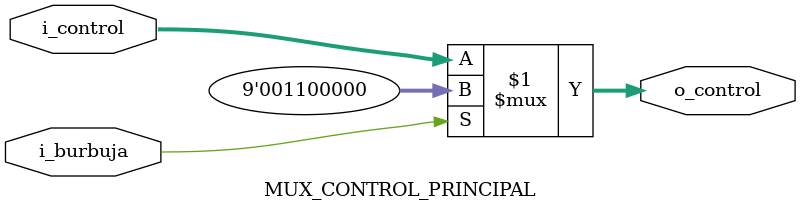
<source format=v>
`timescale 1ns / 1ps


module MUX_CONTROL_PRINCIPAL
    (   //INPUTS
        input [8:0] i_control,
        input i_burbuja,
        //OUTPUTS
        output [8:0] o_control
    );

    assign o_control = i_burbuja ? 9'b001100000 : i_control;
endmodule

</source>
